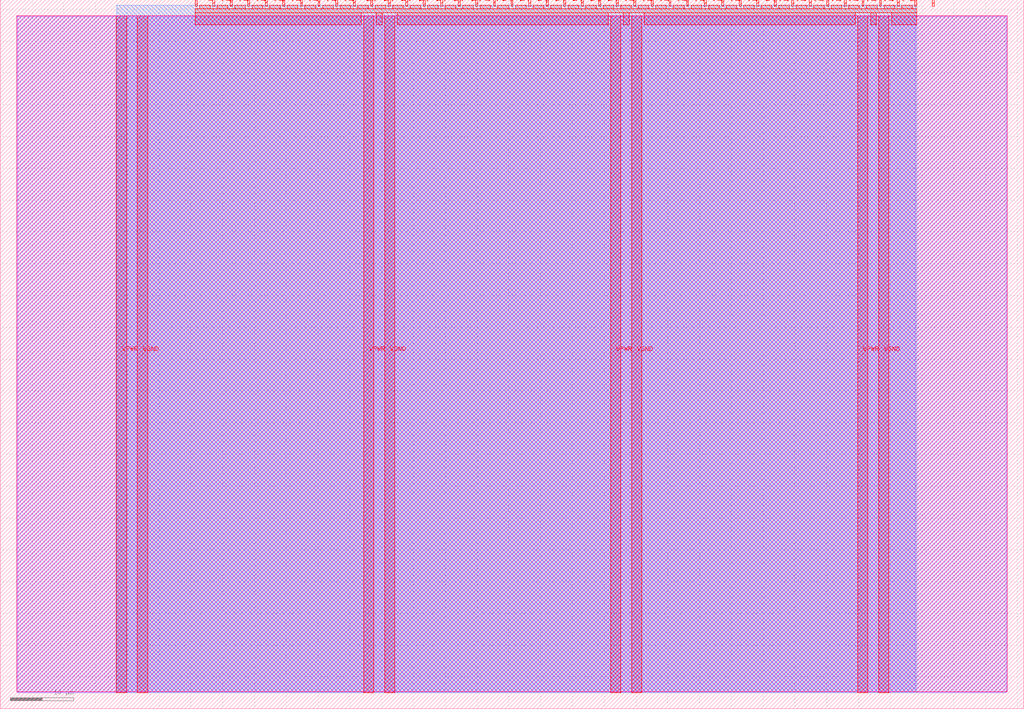
<source format=lef>
VERSION 5.7 ;
  NOWIREEXTENSIONATPIN ON ;
  DIVIDERCHAR "/" ;
  BUSBITCHARS "[]" ;
MACRO tt_um_wokwi_442977561002356737
  CLASS BLOCK ;
  FOREIGN tt_um_wokwi_442977561002356737 ;
  ORIGIN 0.000 0.000 ;
  SIZE 161.000 BY 111.520 ;
  PIN VGND
    DIRECTION INOUT ;
    USE GROUND ;
    PORT
      LAYER met4 ;
        RECT 21.580 2.480 23.180 109.040 ;
    END
    PORT
      LAYER met4 ;
        RECT 60.450 2.480 62.050 109.040 ;
    END
    PORT
      LAYER met4 ;
        RECT 99.320 2.480 100.920 109.040 ;
    END
    PORT
      LAYER met4 ;
        RECT 138.190 2.480 139.790 109.040 ;
    END
  END VGND
  PIN VPWR
    DIRECTION INOUT ;
    USE POWER ;
    PORT
      LAYER met4 ;
        RECT 18.280 2.480 19.880 109.040 ;
    END
    PORT
      LAYER met4 ;
        RECT 57.150 2.480 58.750 109.040 ;
    END
    PORT
      LAYER met4 ;
        RECT 96.020 2.480 97.620 109.040 ;
    END
    PORT
      LAYER met4 ;
        RECT 134.890 2.480 136.490 109.040 ;
    END
  END VPWR
  PIN clk
    DIRECTION INPUT ;
    USE SIGNAL ;
    ANTENNAGATEAREA 0.159000 ;
    PORT
      LAYER met4 ;
        RECT 143.830 110.520 144.130 111.520 ;
    END
  END clk
  PIN ena
    DIRECTION INPUT ;
    USE SIGNAL ;
    PORT
      LAYER met4 ;
        RECT 146.590 110.520 146.890 111.520 ;
    END
  END ena
  PIN rst_n
    DIRECTION INPUT ;
    USE SIGNAL ;
    PORT
      LAYER met4 ;
        RECT 141.070 110.520 141.370 111.520 ;
    END
  END rst_n
  PIN ui_in[0]
    DIRECTION INPUT ;
    USE SIGNAL ;
    ANTENNAGATEAREA 0.196500 ;
    PORT
      LAYER met4 ;
        RECT 138.310 110.520 138.610 111.520 ;
    END
  END ui_in[0]
  PIN ui_in[1]
    DIRECTION INPUT ;
    USE SIGNAL ;
    ANTENNAGATEAREA 0.196500 ;
    PORT
      LAYER met4 ;
        RECT 135.550 110.520 135.850 111.520 ;
    END
  END ui_in[1]
  PIN ui_in[2]
    DIRECTION INPUT ;
    USE SIGNAL ;
    ANTENNAGATEAREA 0.196500 ;
    PORT
      LAYER met4 ;
        RECT 132.790 110.520 133.090 111.520 ;
    END
  END ui_in[2]
  PIN ui_in[3]
    DIRECTION INPUT ;
    USE SIGNAL ;
    ANTENNAGATEAREA 0.196500 ;
    PORT
      LAYER met4 ;
        RECT 130.030 110.520 130.330 111.520 ;
    END
  END ui_in[3]
  PIN ui_in[4]
    DIRECTION INPUT ;
    USE SIGNAL ;
    ANTENNAGATEAREA 0.159000 ;
    PORT
      LAYER met4 ;
        RECT 127.270 110.520 127.570 111.520 ;
    END
  END ui_in[4]
  PIN ui_in[5]
    DIRECTION INPUT ;
    USE SIGNAL ;
    ANTENNAGATEAREA 0.318000 ;
    PORT
      LAYER met4 ;
        RECT 124.510 110.520 124.810 111.520 ;
    END
  END ui_in[5]
  PIN ui_in[6]
    DIRECTION INPUT ;
    USE SIGNAL ;
    ANTENNAGATEAREA 0.196500 ;
    PORT
      LAYER met4 ;
        RECT 121.750 110.520 122.050 111.520 ;
    END
  END ui_in[6]
  PIN ui_in[7]
    DIRECTION INPUT ;
    USE SIGNAL ;
    ANTENNAGATEAREA 0.196500 ;
    PORT
      LAYER met4 ;
        RECT 118.990 110.520 119.290 111.520 ;
    END
  END ui_in[7]
  PIN uio_in[0]
    DIRECTION INPUT ;
    USE SIGNAL ;
    PORT
      LAYER met4 ;
        RECT 116.230 110.520 116.530 111.520 ;
    END
  END uio_in[0]
  PIN uio_in[1]
    DIRECTION INPUT ;
    USE SIGNAL ;
    PORT
      LAYER met4 ;
        RECT 113.470 110.520 113.770 111.520 ;
    END
  END uio_in[1]
  PIN uio_in[2]
    DIRECTION INPUT ;
    USE SIGNAL ;
    PORT
      LAYER met4 ;
        RECT 110.710 110.520 111.010 111.520 ;
    END
  END uio_in[2]
  PIN uio_in[3]
    DIRECTION INPUT ;
    USE SIGNAL ;
    PORT
      LAYER met4 ;
        RECT 107.950 110.520 108.250 111.520 ;
    END
  END uio_in[3]
  PIN uio_in[4]
    DIRECTION INPUT ;
    USE SIGNAL ;
    PORT
      LAYER met4 ;
        RECT 105.190 110.520 105.490 111.520 ;
    END
  END uio_in[4]
  PIN uio_in[5]
    DIRECTION INPUT ;
    USE SIGNAL ;
    PORT
      LAYER met4 ;
        RECT 102.430 110.520 102.730 111.520 ;
    END
  END uio_in[5]
  PIN uio_in[6]
    DIRECTION INPUT ;
    USE SIGNAL ;
    PORT
      LAYER met4 ;
        RECT 99.670 110.520 99.970 111.520 ;
    END
  END uio_in[6]
  PIN uio_in[7]
    DIRECTION INPUT ;
    USE SIGNAL ;
    PORT
      LAYER met4 ;
        RECT 96.910 110.520 97.210 111.520 ;
    END
  END uio_in[7]
  PIN uio_oe[0]
    DIRECTION OUTPUT ;
    USE SIGNAL ;
    PORT
      LAYER met4 ;
        RECT 49.990 110.520 50.290 111.520 ;
    END
  END uio_oe[0]
  PIN uio_oe[1]
    DIRECTION OUTPUT ;
    USE SIGNAL ;
    PORT
      LAYER met4 ;
        RECT 47.230 110.520 47.530 111.520 ;
    END
  END uio_oe[1]
  PIN uio_oe[2]
    DIRECTION OUTPUT ;
    USE SIGNAL ;
    PORT
      LAYER met4 ;
        RECT 44.470 110.520 44.770 111.520 ;
    END
  END uio_oe[2]
  PIN uio_oe[3]
    DIRECTION OUTPUT ;
    USE SIGNAL ;
    PORT
      LAYER met4 ;
        RECT 41.710 110.520 42.010 111.520 ;
    END
  END uio_oe[3]
  PIN uio_oe[4]
    DIRECTION OUTPUT ;
    USE SIGNAL ;
    PORT
      LAYER met4 ;
        RECT 38.950 110.520 39.250 111.520 ;
    END
  END uio_oe[4]
  PIN uio_oe[5]
    DIRECTION OUTPUT ;
    USE SIGNAL ;
    PORT
      LAYER met4 ;
        RECT 36.190 110.520 36.490 111.520 ;
    END
  END uio_oe[5]
  PIN uio_oe[6]
    DIRECTION OUTPUT ;
    USE SIGNAL ;
    PORT
      LAYER met4 ;
        RECT 33.430 110.520 33.730 111.520 ;
    END
  END uio_oe[6]
  PIN uio_oe[7]
    DIRECTION OUTPUT ;
    USE SIGNAL ;
    PORT
      LAYER met4 ;
        RECT 30.670 110.520 30.970 111.520 ;
    END
  END uio_oe[7]
  PIN uio_out[0]
    DIRECTION OUTPUT ;
    USE SIGNAL ;
    PORT
      LAYER met4 ;
        RECT 72.070 110.520 72.370 111.520 ;
    END
  END uio_out[0]
  PIN uio_out[1]
    DIRECTION OUTPUT ;
    USE SIGNAL ;
    PORT
      LAYER met4 ;
        RECT 69.310 110.520 69.610 111.520 ;
    END
  END uio_out[1]
  PIN uio_out[2]
    DIRECTION OUTPUT ;
    USE SIGNAL ;
    PORT
      LAYER met4 ;
        RECT 66.550 110.520 66.850 111.520 ;
    END
  END uio_out[2]
  PIN uio_out[3]
    DIRECTION OUTPUT ;
    USE SIGNAL ;
    PORT
      LAYER met4 ;
        RECT 63.790 110.520 64.090 111.520 ;
    END
  END uio_out[3]
  PIN uio_out[4]
    DIRECTION OUTPUT ;
    USE SIGNAL ;
    PORT
      LAYER met4 ;
        RECT 61.030 110.520 61.330 111.520 ;
    END
  END uio_out[4]
  PIN uio_out[5]
    DIRECTION OUTPUT ;
    USE SIGNAL ;
    PORT
      LAYER met4 ;
        RECT 58.270 110.520 58.570 111.520 ;
    END
  END uio_out[5]
  PIN uio_out[6]
    DIRECTION OUTPUT ;
    USE SIGNAL ;
    PORT
      LAYER met4 ;
        RECT 55.510 110.520 55.810 111.520 ;
    END
  END uio_out[6]
  PIN uio_out[7]
    DIRECTION OUTPUT ;
    USE SIGNAL ;
    PORT
      LAYER met4 ;
        RECT 52.750 110.520 53.050 111.520 ;
    END
  END uio_out[7]
  PIN uo_out[0]
    DIRECTION OUTPUT ;
    USE SIGNAL ;
    ANTENNADIFFAREA 0.795200 ;
    PORT
      LAYER met4 ;
        RECT 94.150 110.520 94.450 111.520 ;
    END
  END uo_out[0]
  PIN uo_out[1]
    DIRECTION OUTPUT ;
    USE SIGNAL ;
    ANTENNADIFFAREA 0.445500 ;
    PORT
      LAYER met4 ;
        RECT 91.390 110.520 91.690 111.520 ;
    END
  END uo_out[1]
  PIN uo_out[2]
    DIRECTION OUTPUT ;
    USE SIGNAL ;
    ANTENNADIFFAREA 0.445500 ;
    PORT
      LAYER met4 ;
        RECT 88.630 110.520 88.930 111.520 ;
    END
  END uo_out[2]
  PIN uo_out[3]
    DIRECTION OUTPUT ;
    USE SIGNAL ;
    ANTENNADIFFAREA 0.445500 ;
    PORT
      LAYER met4 ;
        RECT 85.870 110.520 86.170 111.520 ;
    END
  END uo_out[3]
  PIN uo_out[4]
    DIRECTION OUTPUT ;
    USE SIGNAL ;
    ANTENNADIFFAREA 0.445500 ;
    PORT
      LAYER met4 ;
        RECT 83.110 110.520 83.410 111.520 ;
    END
  END uo_out[4]
  PIN uo_out[5]
    DIRECTION OUTPUT ;
    USE SIGNAL ;
    ANTENNADIFFAREA 0.445500 ;
    PORT
      LAYER met4 ;
        RECT 80.350 110.520 80.650 111.520 ;
    END
  END uo_out[5]
  PIN uo_out[6]
    DIRECTION OUTPUT ;
    USE SIGNAL ;
    ANTENNADIFFAREA 0.445500 ;
    PORT
      LAYER met4 ;
        RECT 77.590 110.520 77.890 111.520 ;
    END
  END uo_out[6]
  PIN uo_out[7]
    DIRECTION OUTPUT ;
    USE SIGNAL ;
    ANTENNADIFFAREA 0.795200 ;
    PORT
      LAYER met4 ;
        RECT 74.830 110.520 75.130 111.520 ;
    END
  END uo_out[7]
  OBS
      LAYER nwell ;
        RECT 2.570 2.635 158.430 108.990 ;
      LAYER li1 ;
        RECT 2.760 2.635 158.240 108.885 ;
      LAYER met1 ;
        RECT 2.760 2.480 158.240 109.040 ;
      LAYER met2 ;
        RECT 18.310 2.535 143.890 110.685 ;
      LAYER met3 ;
        RECT 18.290 2.555 144.170 110.665 ;
      LAYER met4 ;
        RECT 31.370 110.120 33.030 110.665 ;
        RECT 34.130 110.120 35.790 110.665 ;
        RECT 36.890 110.120 38.550 110.665 ;
        RECT 39.650 110.120 41.310 110.665 ;
        RECT 42.410 110.120 44.070 110.665 ;
        RECT 45.170 110.120 46.830 110.665 ;
        RECT 47.930 110.120 49.590 110.665 ;
        RECT 50.690 110.120 52.350 110.665 ;
        RECT 53.450 110.120 55.110 110.665 ;
        RECT 56.210 110.120 57.870 110.665 ;
        RECT 58.970 110.120 60.630 110.665 ;
        RECT 61.730 110.120 63.390 110.665 ;
        RECT 64.490 110.120 66.150 110.665 ;
        RECT 67.250 110.120 68.910 110.665 ;
        RECT 70.010 110.120 71.670 110.665 ;
        RECT 72.770 110.120 74.430 110.665 ;
        RECT 75.530 110.120 77.190 110.665 ;
        RECT 78.290 110.120 79.950 110.665 ;
        RECT 81.050 110.120 82.710 110.665 ;
        RECT 83.810 110.120 85.470 110.665 ;
        RECT 86.570 110.120 88.230 110.665 ;
        RECT 89.330 110.120 90.990 110.665 ;
        RECT 92.090 110.120 93.750 110.665 ;
        RECT 94.850 110.120 96.510 110.665 ;
        RECT 97.610 110.120 99.270 110.665 ;
        RECT 100.370 110.120 102.030 110.665 ;
        RECT 103.130 110.120 104.790 110.665 ;
        RECT 105.890 110.120 107.550 110.665 ;
        RECT 108.650 110.120 110.310 110.665 ;
        RECT 111.410 110.120 113.070 110.665 ;
        RECT 114.170 110.120 115.830 110.665 ;
        RECT 116.930 110.120 118.590 110.665 ;
        RECT 119.690 110.120 121.350 110.665 ;
        RECT 122.450 110.120 124.110 110.665 ;
        RECT 125.210 110.120 126.870 110.665 ;
        RECT 127.970 110.120 129.630 110.665 ;
        RECT 130.730 110.120 132.390 110.665 ;
        RECT 133.490 110.120 135.150 110.665 ;
        RECT 136.250 110.120 137.910 110.665 ;
        RECT 139.010 110.120 140.670 110.665 ;
        RECT 141.770 110.120 143.430 110.665 ;
        RECT 30.655 109.440 144.145 110.120 ;
        RECT 30.655 107.615 56.750 109.440 ;
        RECT 59.150 107.615 60.050 109.440 ;
        RECT 62.450 107.615 95.620 109.440 ;
        RECT 98.020 107.615 98.920 109.440 ;
        RECT 101.320 107.615 134.490 109.440 ;
        RECT 136.890 107.615 137.790 109.440 ;
        RECT 140.190 107.615 144.145 109.440 ;
  END
END tt_um_wokwi_442977561002356737
END LIBRARY


</source>
